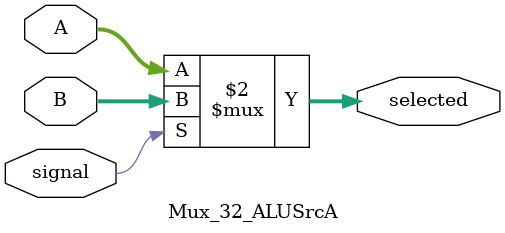
<source format=v>
`timescale 1ns / 1ps


module Mux_32_ALUSrcA(signal, A, B, selected);
    input signal;
    input [31:0] A,B;
    output [31:0] selected;
    assign selected = (signal == 1'b0 ? A : B);
endmodule

</source>
